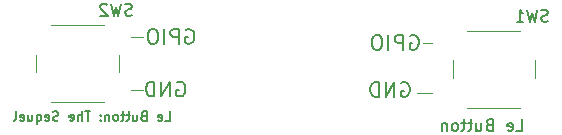
<source format=gbr>
%TF.GenerationSoftware,KiCad,Pcbnew,8.0.5*%
%TF.CreationDate,2025-07-27T14:10:40-07:00*%
%TF.ProjectId,Cashout Station,43617368-6f75-4742-9053-746174696f6e,rev?*%
%TF.SameCoordinates,Original*%
%TF.FileFunction,Legend,Bot*%
%TF.FilePolarity,Positive*%
%FSLAX46Y46*%
G04 Gerber Fmt 4.6, Leading zero omitted, Abs format (unit mm)*
G04 Created by KiCad (PCBNEW 8.0.5) date 2025-07-27 14:10:40*
%MOMM*%
%LPD*%
G01*
G04 APERTURE LIST*
%ADD10C,0.100000*%
%ADD11C,0.200000*%
%ADD12C,0.150000*%
%ADD13C,0.120000*%
G04 APERTURE END LIST*
D10*
X131000000Y-122000000D02*
X130000000Y-122000000D01*
X154750000Y-122500000D02*
X155500000Y-122500000D01*
X131000000Y-126500000D02*
X130000000Y-126500000D01*
X154250000Y-126750000D02*
X155500000Y-126750000D01*
D11*
X133910440Y-125857508D02*
X134029487Y-125797984D01*
X134029487Y-125797984D02*
X134208059Y-125797984D01*
X134208059Y-125797984D02*
X134386630Y-125857508D01*
X134386630Y-125857508D02*
X134505678Y-125976556D01*
X134505678Y-125976556D02*
X134565201Y-126095603D01*
X134565201Y-126095603D02*
X134624725Y-126333699D01*
X134624725Y-126333699D02*
X134624725Y-126512270D01*
X134624725Y-126512270D02*
X134565201Y-126750365D01*
X134565201Y-126750365D02*
X134505678Y-126869413D01*
X134505678Y-126869413D02*
X134386630Y-126988461D01*
X134386630Y-126988461D02*
X134208059Y-127047984D01*
X134208059Y-127047984D02*
X134089011Y-127047984D01*
X134089011Y-127047984D02*
X133910440Y-126988461D01*
X133910440Y-126988461D02*
X133850916Y-126928937D01*
X133850916Y-126928937D02*
X133850916Y-126512270D01*
X133850916Y-126512270D02*
X134089011Y-126512270D01*
X133315201Y-127047984D02*
X133315201Y-125797984D01*
X133315201Y-125797984D02*
X132600916Y-127047984D01*
X132600916Y-127047984D02*
X132600916Y-125797984D01*
X132005677Y-127047984D02*
X132005677Y-125797984D01*
X132005677Y-125797984D02*
X131708058Y-125797984D01*
X131708058Y-125797984D02*
X131529487Y-125857508D01*
X131529487Y-125857508D02*
X131410439Y-125976556D01*
X131410439Y-125976556D02*
X131350916Y-126095603D01*
X131350916Y-126095603D02*
X131291392Y-126333699D01*
X131291392Y-126333699D02*
X131291392Y-126512270D01*
X131291392Y-126512270D02*
X131350916Y-126750365D01*
X131350916Y-126750365D02*
X131410439Y-126869413D01*
X131410439Y-126869413D02*
X131529487Y-126988461D01*
X131529487Y-126988461D02*
X131708058Y-127047984D01*
X131708058Y-127047984D02*
X132005677Y-127047984D01*
X152916041Y-125896147D02*
X153035088Y-125836623D01*
X153035088Y-125836623D02*
X153213660Y-125836623D01*
X153213660Y-125836623D02*
X153392231Y-125896147D01*
X153392231Y-125896147D02*
X153511279Y-126015195D01*
X153511279Y-126015195D02*
X153570802Y-126134242D01*
X153570802Y-126134242D02*
X153630326Y-126372338D01*
X153630326Y-126372338D02*
X153630326Y-126550909D01*
X153630326Y-126550909D02*
X153570802Y-126789004D01*
X153570802Y-126789004D02*
X153511279Y-126908052D01*
X153511279Y-126908052D02*
X153392231Y-127027100D01*
X153392231Y-127027100D02*
X153213660Y-127086623D01*
X153213660Y-127086623D02*
X153094612Y-127086623D01*
X153094612Y-127086623D02*
X152916041Y-127027100D01*
X152916041Y-127027100D02*
X152856517Y-126967576D01*
X152856517Y-126967576D02*
X152856517Y-126550909D01*
X152856517Y-126550909D02*
X153094612Y-126550909D01*
X152320802Y-127086623D02*
X152320802Y-125836623D01*
X152320802Y-125836623D02*
X151606517Y-127086623D01*
X151606517Y-127086623D02*
X151606517Y-125836623D01*
X151011278Y-127086623D02*
X151011278Y-125836623D01*
X151011278Y-125836623D02*
X150713659Y-125836623D01*
X150713659Y-125836623D02*
X150535088Y-125896147D01*
X150535088Y-125896147D02*
X150416040Y-126015195D01*
X150416040Y-126015195D02*
X150356517Y-126134242D01*
X150356517Y-126134242D02*
X150296993Y-126372338D01*
X150296993Y-126372338D02*
X150296993Y-126550909D01*
X150296993Y-126550909D02*
X150356517Y-126789004D01*
X150356517Y-126789004D02*
X150416040Y-126908052D01*
X150416040Y-126908052D02*
X150535088Y-127027100D01*
X150535088Y-127027100D02*
X150713659Y-127086623D01*
X150713659Y-127086623D02*
X151011278Y-127086623D01*
X134666041Y-121396147D02*
X134785088Y-121336623D01*
X134785088Y-121336623D02*
X134963660Y-121336623D01*
X134963660Y-121336623D02*
X135142231Y-121396147D01*
X135142231Y-121396147D02*
X135261279Y-121515195D01*
X135261279Y-121515195D02*
X135320802Y-121634242D01*
X135320802Y-121634242D02*
X135380326Y-121872338D01*
X135380326Y-121872338D02*
X135380326Y-122050909D01*
X135380326Y-122050909D02*
X135320802Y-122289004D01*
X135320802Y-122289004D02*
X135261279Y-122408052D01*
X135261279Y-122408052D02*
X135142231Y-122527100D01*
X135142231Y-122527100D02*
X134963660Y-122586623D01*
X134963660Y-122586623D02*
X134844612Y-122586623D01*
X134844612Y-122586623D02*
X134666041Y-122527100D01*
X134666041Y-122527100D02*
X134606517Y-122467576D01*
X134606517Y-122467576D02*
X134606517Y-122050909D01*
X134606517Y-122050909D02*
X134844612Y-122050909D01*
X134070802Y-122586623D02*
X134070802Y-121336623D01*
X134070802Y-121336623D02*
X133594612Y-121336623D01*
X133594612Y-121336623D02*
X133475564Y-121396147D01*
X133475564Y-121396147D02*
X133416041Y-121455671D01*
X133416041Y-121455671D02*
X133356517Y-121574719D01*
X133356517Y-121574719D02*
X133356517Y-121753290D01*
X133356517Y-121753290D02*
X133416041Y-121872338D01*
X133416041Y-121872338D02*
X133475564Y-121931861D01*
X133475564Y-121931861D02*
X133594612Y-121991385D01*
X133594612Y-121991385D02*
X134070802Y-121991385D01*
X132820802Y-122586623D02*
X132820802Y-121336623D01*
X131987469Y-121336623D02*
X131749374Y-121336623D01*
X131749374Y-121336623D02*
X131630326Y-121396147D01*
X131630326Y-121396147D02*
X131511279Y-121515195D01*
X131511279Y-121515195D02*
X131451755Y-121753290D01*
X131451755Y-121753290D02*
X131451755Y-122169957D01*
X131451755Y-122169957D02*
X131511279Y-122408052D01*
X131511279Y-122408052D02*
X131630326Y-122527100D01*
X131630326Y-122527100D02*
X131749374Y-122586623D01*
X131749374Y-122586623D02*
X131987469Y-122586623D01*
X131987469Y-122586623D02*
X132106517Y-122527100D01*
X132106517Y-122527100D02*
X132225564Y-122408052D01*
X132225564Y-122408052D02*
X132285088Y-122169957D01*
X132285088Y-122169957D02*
X132285088Y-121753290D01*
X132285088Y-121753290D02*
X132225564Y-121515195D01*
X132225564Y-121515195D02*
X132106517Y-121396147D01*
X132106517Y-121396147D02*
X131987469Y-121336623D01*
X153666041Y-121896147D02*
X153785088Y-121836623D01*
X153785088Y-121836623D02*
X153963660Y-121836623D01*
X153963660Y-121836623D02*
X154142231Y-121896147D01*
X154142231Y-121896147D02*
X154261279Y-122015195D01*
X154261279Y-122015195D02*
X154320802Y-122134242D01*
X154320802Y-122134242D02*
X154380326Y-122372338D01*
X154380326Y-122372338D02*
X154380326Y-122550909D01*
X154380326Y-122550909D02*
X154320802Y-122789004D01*
X154320802Y-122789004D02*
X154261279Y-122908052D01*
X154261279Y-122908052D02*
X154142231Y-123027100D01*
X154142231Y-123027100D02*
X153963660Y-123086623D01*
X153963660Y-123086623D02*
X153844612Y-123086623D01*
X153844612Y-123086623D02*
X153666041Y-123027100D01*
X153666041Y-123027100D02*
X153606517Y-122967576D01*
X153606517Y-122967576D02*
X153606517Y-122550909D01*
X153606517Y-122550909D02*
X153844612Y-122550909D01*
X153070802Y-123086623D02*
X153070802Y-121836623D01*
X153070802Y-121836623D02*
X152594612Y-121836623D01*
X152594612Y-121836623D02*
X152475564Y-121896147D01*
X152475564Y-121896147D02*
X152416041Y-121955671D01*
X152416041Y-121955671D02*
X152356517Y-122074719D01*
X152356517Y-122074719D02*
X152356517Y-122253290D01*
X152356517Y-122253290D02*
X152416041Y-122372338D01*
X152416041Y-122372338D02*
X152475564Y-122431861D01*
X152475564Y-122431861D02*
X152594612Y-122491385D01*
X152594612Y-122491385D02*
X153070802Y-122491385D01*
X151820802Y-123086623D02*
X151820802Y-121836623D01*
X150987469Y-121836623D02*
X150749374Y-121836623D01*
X150749374Y-121836623D02*
X150630326Y-121896147D01*
X150630326Y-121896147D02*
X150511279Y-122015195D01*
X150511279Y-122015195D02*
X150451755Y-122253290D01*
X150451755Y-122253290D02*
X150451755Y-122669957D01*
X150451755Y-122669957D02*
X150511279Y-122908052D01*
X150511279Y-122908052D02*
X150630326Y-123027100D01*
X150630326Y-123027100D02*
X150749374Y-123086623D01*
X150749374Y-123086623D02*
X150987469Y-123086623D01*
X150987469Y-123086623D02*
X151106517Y-123027100D01*
X151106517Y-123027100D02*
X151225564Y-122908052D01*
X151225564Y-122908052D02*
X151285088Y-122669957D01*
X151285088Y-122669957D02*
X151285088Y-122253290D01*
X151285088Y-122253290D02*
X151225564Y-122015195D01*
X151225564Y-122015195D02*
X151106517Y-121896147D01*
X151106517Y-121896147D02*
X150987469Y-121836623D01*
D12*
X130083332Y-120157200D02*
X129940475Y-120204819D01*
X129940475Y-120204819D02*
X129702380Y-120204819D01*
X129702380Y-120204819D02*
X129607142Y-120157200D01*
X129607142Y-120157200D02*
X129559523Y-120109580D01*
X129559523Y-120109580D02*
X129511904Y-120014342D01*
X129511904Y-120014342D02*
X129511904Y-119919104D01*
X129511904Y-119919104D02*
X129559523Y-119823866D01*
X129559523Y-119823866D02*
X129607142Y-119776247D01*
X129607142Y-119776247D02*
X129702380Y-119728628D01*
X129702380Y-119728628D02*
X129892856Y-119681009D01*
X129892856Y-119681009D02*
X129988094Y-119633390D01*
X129988094Y-119633390D02*
X130035713Y-119585771D01*
X130035713Y-119585771D02*
X130083332Y-119490533D01*
X130083332Y-119490533D02*
X130083332Y-119395295D01*
X130083332Y-119395295D02*
X130035713Y-119300057D01*
X130035713Y-119300057D02*
X129988094Y-119252438D01*
X129988094Y-119252438D02*
X129892856Y-119204819D01*
X129892856Y-119204819D02*
X129654761Y-119204819D01*
X129654761Y-119204819D02*
X129511904Y-119252438D01*
X129178570Y-119204819D02*
X128940475Y-120204819D01*
X128940475Y-120204819D02*
X128749999Y-119490533D01*
X128749999Y-119490533D02*
X128559523Y-120204819D01*
X128559523Y-120204819D02*
X128321428Y-119204819D01*
X127988094Y-119300057D02*
X127940475Y-119252438D01*
X127940475Y-119252438D02*
X127845237Y-119204819D01*
X127845237Y-119204819D02*
X127607142Y-119204819D01*
X127607142Y-119204819D02*
X127511904Y-119252438D01*
X127511904Y-119252438D02*
X127464285Y-119300057D01*
X127464285Y-119300057D02*
X127416666Y-119395295D01*
X127416666Y-119395295D02*
X127416666Y-119490533D01*
X127416666Y-119490533D02*
X127464285Y-119633390D01*
X127464285Y-119633390D02*
X128035713Y-120204819D01*
X128035713Y-120204819D02*
X127416666Y-120204819D01*
X162648572Y-129964819D02*
X163124762Y-129964819D01*
X163124762Y-129964819D02*
X163124762Y-128964819D01*
X161934286Y-129917200D02*
X162029524Y-129964819D01*
X162029524Y-129964819D02*
X162220000Y-129964819D01*
X162220000Y-129964819D02*
X162315238Y-129917200D01*
X162315238Y-129917200D02*
X162362857Y-129821961D01*
X162362857Y-129821961D02*
X162362857Y-129441009D01*
X162362857Y-129441009D02*
X162315238Y-129345771D01*
X162315238Y-129345771D02*
X162220000Y-129298152D01*
X162220000Y-129298152D02*
X162029524Y-129298152D01*
X162029524Y-129298152D02*
X161934286Y-129345771D01*
X161934286Y-129345771D02*
X161886667Y-129441009D01*
X161886667Y-129441009D02*
X161886667Y-129536247D01*
X161886667Y-129536247D02*
X162362857Y-129631485D01*
X160362857Y-129441009D02*
X160220000Y-129488628D01*
X160220000Y-129488628D02*
X160172381Y-129536247D01*
X160172381Y-129536247D02*
X160124762Y-129631485D01*
X160124762Y-129631485D02*
X160124762Y-129774342D01*
X160124762Y-129774342D02*
X160172381Y-129869580D01*
X160172381Y-129869580D02*
X160220000Y-129917200D01*
X160220000Y-129917200D02*
X160315238Y-129964819D01*
X160315238Y-129964819D02*
X160696190Y-129964819D01*
X160696190Y-129964819D02*
X160696190Y-128964819D01*
X160696190Y-128964819D02*
X160362857Y-128964819D01*
X160362857Y-128964819D02*
X160267619Y-129012438D01*
X160267619Y-129012438D02*
X160220000Y-129060057D01*
X160220000Y-129060057D02*
X160172381Y-129155295D01*
X160172381Y-129155295D02*
X160172381Y-129250533D01*
X160172381Y-129250533D02*
X160220000Y-129345771D01*
X160220000Y-129345771D02*
X160267619Y-129393390D01*
X160267619Y-129393390D02*
X160362857Y-129441009D01*
X160362857Y-129441009D02*
X160696190Y-129441009D01*
X159267619Y-129298152D02*
X159267619Y-129964819D01*
X159696190Y-129298152D02*
X159696190Y-129821961D01*
X159696190Y-129821961D02*
X159648571Y-129917200D01*
X159648571Y-129917200D02*
X159553333Y-129964819D01*
X159553333Y-129964819D02*
X159410476Y-129964819D01*
X159410476Y-129964819D02*
X159315238Y-129917200D01*
X159315238Y-129917200D02*
X159267619Y-129869580D01*
X158934285Y-129298152D02*
X158553333Y-129298152D01*
X158791428Y-128964819D02*
X158791428Y-129821961D01*
X158791428Y-129821961D02*
X158743809Y-129917200D01*
X158743809Y-129917200D02*
X158648571Y-129964819D01*
X158648571Y-129964819D02*
X158553333Y-129964819D01*
X158362856Y-129298152D02*
X157981904Y-129298152D01*
X158219999Y-128964819D02*
X158219999Y-129821961D01*
X158219999Y-129821961D02*
X158172380Y-129917200D01*
X158172380Y-129917200D02*
X158077142Y-129964819D01*
X158077142Y-129964819D02*
X157981904Y-129964819D01*
X157505713Y-129964819D02*
X157600951Y-129917200D01*
X157600951Y-129917200D02*
X157648570Y-129869580D01*
X157648570Y-129869580D02*
X157696189Y-129774342D01*
X157696189Y-129774342D02*
X157696189Y-129488628D01*
X157696189Y-129488628D02*
X157648570Y-129393390D01*
X157648570Y-129393390D02*
X157600951Y-129345771D01*
X157600951Y-129345771D02*
X157505713Y-129298152D01*
X157505713Y-129298152D02*
X157362856Y-129298152D01*
X157362856Y-129298152D02*
X157267618Y-129345771D01*
X157267618Y-129345771D02*
X157219999Y-129393390D01*
X157219999Y-129393390D02*
X157172380Y-129488628D01*
X157172380Y-129488628D02*
X157172380Y-129774342D01*
X157172380Y-129774342D02*
X157219999Y-129869580D01*
X157219999Y-129869580D02*
X157267618Y-129917200D01*
X157267618Y-129917200D02*
X157362856Y-129964819D01*
X157362856Y-129964819D02*
X157505713Y-129964819D01*
X156743808Y-129298152D02*
X156743808Y-129964819D01*
X156743808Y-129393390D02*
X156696189Y-129345771D01*
X156696189Y-129345771D02*
X156600951Y-129298152D01*
X156600951Y-129298152D02*
X156458094Y-129298152D01*
X156458094Y-129298152D02*
X156362856Y-129345771D01*
X156362856Y-129345771D02*
X156315237Y-129441009D01*
X156315237Y-129441009D02*
X156315237Y-129964819D01*
X165333332Y-120657200D02*
X165190475Y-120704819D01*
X165190475Y-120704819D02*
X164952380Y-120704819D01*
X164952380Y-120704819D02*
X164857142Y-120657200D01*
X164857142Y-120657200D02*
X164809523Y-120609580D01*
X164809523Y-120609580D02*
X164761904Y-120514342D01*
X164761904Y-120514342D02*
X164761904Y-120419104D01*
X164761904Y-120419104D02*
X164809523Y-120323866D01*
X164809523Y-120323866D02*
X164857142Y-120276247D01*
X164857142Y-120276247D02*
X164952380Y-120228628D01*
X164952380Y-120228628D02*
X165142856Y-120181009D01*
X165142856Y-120181009D02*
X165238094Y-120133390D01*
X165238094Y-120133390D02*
X165285713Y-120085771D01*
X165285713Y-120085771D02*
X165333332Y-119990533D01*
X165333332Y-119990533D02*
X165333332Y-119895295D01*
X165333332Y-119895295D02*
X165285713Y-119800057D01*
X165285713Y-119800057D02*
X165238094Y-119752438D01*
X165238094Y-119752438D02*
X165142856Y-119704819D01*
X165142856Y-119704819D02*
X164904761Y-119704819D01*
X164904761Y-119704819D02*
X164761904Y-119752438D01*
X164428570Y-119704819D02*
X164190475Y-120704819D01*
X164190475Y-120704819D02*
X163999999Y-119990533D01*
X163999999Y-119990533D02*
X163809523Y-120704819D01*
X163809523Y-120704819D02*
X163571428Y-119704819D01*
X162666666Y-120704819D02*
X163238094Y-120704819D01*
X162952380Y-120704819D02*
X162952380Y-119704819D01*
X162952380Y-119704819D02*
X163047618Y-119847676D01*
X163047618Y-119847676D02*
X163142856Y-119942914D01*
X163142856Y-119942914D02*
X163238094Y-119990533D01*
X132902382Y-129112295D02*
X133283334Y-129112295D01*
X133283334Y-129112295D02*
X133283334Y-128312295D01*
X132330953Y-129074200D02*
X132407144Y-129112295D01*
X132407144Y-129112295D02*
X132559525Y-129112295D01*
X132559525Y-129112295D02*
X132635715Y-129074200D01*
X132635715Y-129074200D02*
X132673811Y-128998009D01*
X132673811Y-128998009D02*
X132673811Y-128693247D01*
X132673811Y-128693247D02*
X132635715Y-128617057D01*
X132635715Y-128617057D02*
X132559525Y-128578961D01*
X132559525Y-128578961D02*
X132407144Y-128578961D01*
X132407144Y-128578961D02*
X132330953Y-128617057D01*
X132330953Y-128617057D02*
X132292858Y-128693247D01*
X132292858Y-128693247D02*
X132292858Y-128769438D01*
X132292858Y-128769438D02*
X132673811Y-128845628D01*
X131073811Y-128693247D02*
X130959525Y-128731342D01*
X130959525Y-128731342D02*
X130921430Y-128769438D01*
X130921430Y-128769438D02*
X130883334Y-128845628D01*
X130883334Y-128845628D02*
X130883334Y-128959914D01*
X130883334Y-128959914D02*
X130921430Y-129036104D01*
X130921430Y-129036104D02*
X130959525Y-129074200D01*
X130959525Y-129074200D02*
X131035715Y-129112295D01*
X131035715Y-129112295D02*
X131340477Y-129112295D01*
X131340477Y-129112295D02*
X131340477Y-128312295D01*
X131340477Y-128312295D02*
X131073811Y-128312295D01*
X131073811Y-128312295D02*
X130997620Y-128350390D01*
X130997620Y-128350390D02*
X130959525Y-128388485D01*
X130959525Y-128388485D02*
X130921430Y-128464676D01*
X130921430Y-128464676D02*
X130921430Y-128540866D01*
X130921430Y-128540866D02*
X130959525Y-128617057D01*
X130959525Y-128617057D02*
X130997620Y-128655152D01*
X130997620Y-128655152D02*
X131073811Y-128693247D01*
X131073811Y-128693247D02*
X131340477Y-128693247D01*
X130197620Y-128578961D02*
X130197620Y-129112295D01*
X130540477Y-128578961D02*
X130540477Y-128998009D01*
X130540477Y-128998009D02*
X130502382Y-129074200D01*
X130502382Y-129074200D02*
X130426192Y-129112295D01*
X130426192Y-129112295D02*
X130311906Y-129112295D01*
X130311906Y-129112295D02*
X130235715Y-129074200D01*
X130235715Y-129074200D02*
X130197620Y-129036104D01*
X129930953Y-128578961D02*
X129626191Y-128578961D01*
X129816667Y-128312295D02*
X129816667Y-128998009D01*
X129816667Y-128998009D02*
X129778572Y-129074200D01*
X129778572Y-129074200D02*
X129702382Y-129112295D01*
X129702382Y-129112295D02*
X129626191Y-129112295D01*
X129473810Y-128578961D02*
X129169048Y-128578961D01*
X129359524Y-128312295D02*
X129359524Y-128998009D01*
X129359524Y-128998009D02*
X129321429Y-129074200D01*
X129321429Y-129074200D02*
X129245239Y-129112295D01*
X129245239Y-129112295D02*
X129169048Y-129112295D01*
X128788096Y-129112295D02*
X128864286Y-129074200D01*
X128864286Y-129074200D02*
X128902381Y-129036104D01*
X128902381Y-129036104D02*
X128940477Y-128959914D01*
X128940477Y-128959914D02*
X128940477Y-128731342D01*
X128940477Y-128731342D02*
X128902381Y-128655152D01*
X128902381Y-128655152D02*
X128864286Y-128617057D01*
X128864286Y-128617057D02*
X128788096Y-128578961D01*
X128788096Y-128578961D02*
X128673810Y-128578961D01*
X128673810Y-128578961D02*
X128597619Y-128617057D01*
X128597619Y-128617057D02*
X128559524Y-128655152D01*
X128559524Y-128655152D02*
X128521429Y-128731342D01*
X128521429Y-128731342D02*
X128521429Y-128959914D01*
X128521429Y-128959914D02*
X128559524Y-129036104D01*
X128559524Y-129036104D02*
X128597619Y-129074200D01*
X128597619Y-129074200D02*
X128673810Y-129112295D01*
X128673810Y-129112295D02*
X128788096Y-129112295D01*
X128178571Y-128578961D02*
X128178571Y-129112295D01*
X128178571Y-128655152D02*
X128140476Y-128617057D01*
X128140476Y-128617057D02*
X128064286Y-128578961D01*
X128064286Y-128578961D02*
X127950000Y-128578961D01*
X127950000Y-128578961D02*
X127873809Y-128617057D01*
X127873809Y-128617057D02*
X127835714Y-128693247D01*
X127835714Y-128693247D02*
X127835714Y-129112295D01*
X127454761Y-129036104D02*
X127416666Y-129074200D01*
X127416666Y-129074200D02*
X127454761Y-129112295D01*
X127454761Y-129112295D02*
X127492857Y-129074200D01*
X127492857Y-129074200D02*
X127454761Y-129036104D01*
X127454761Y-129036104D02*
X127454761Y-129112295D01*
X127454761Y-128617057D02*
X127416666Y-128655152D01*
X127416666Y-128655152D02*
X127454761Y-128693247D01*
X127454761Y-128693247D02*
X127492857Y-128655152D01*
X127492857Y-128655152D02*
X127454761Y-128617057D01*
X127454761Y-128617057D02*
X127454761Y-128693247D01*
X126578571Y-128312295D02*
X126121428Y-128312295D01*
X126350000Y-129112295D02*
X126350000Y-128312295D01*
X125854761Y-129112295D02*
X125854761Y-128312295D01*
X125511904Y-129112295D02*
X125511904Y-128693247D01*
X125511904Y-128693247D02*
X125549999Y-128617057D01*
X125549999Y-128617057D02*
X125626190Y-128578961D01*
X125626190Y-128578961D02*
X125740476Y-128578961D01*
X125740476Y-128578961D02*
X125816666Y-128617057D01*
X125816666Y-128617057D02*
X125854761Y-128655152D01*
X124826189Y-129074200D02*
X124902380Y-129112295D01*
X124902380Y-129112295D02*
X125054761Y-129112295D01*
X125054761Y-129112295D02*
X125130951Y-129074200D01*
X125130951Y-129074200D02*
X125169047Y-128998009D01*
X125169047Y-128998009D02*
X125169047Y-128693247D01*
X125169047Y-128693247D02*
X125130951Y-128617057D01*
X125130951Y-128617057D02*
X125054761Y-128578961D01*
X125054761Y-128578961D02*
X124902380Y-128578961D01*
X124902380Y-128578961D02*
X124826189Y-128617057D01*
X124826189Y-128617057D02*
X124788094Y-128693247D01*
X124788094Y-128693247D02*
X124788094Y-128769438D01*
X124788094Y-128769438D02*
X125169047Y-128845628D01*
X123873809Y-129074200D02*
X123759523Y-129112295D01*
X123759523Y-129112295D02*
X123569047Y-129112295D01*
X123569047Y-129112295D02*
X123492856Y-129074200D01*
X123492856Y-129074200D02*
X123454761Y-129036104D01*
X123454761Y-129036104D02*
X123416666Y-128959914D01*
X123416666Y-128959914D02*
X123416666Y-128883723D01*
X123416666Y-128883723D02*
X123454761Y-128807533D01*
X123454761Y-128807533D02*
X123492856Y-128769438D01*
X123492856Y-128769438D02*
X123569047Y-128731342D01*
X123569047Y-128731342D02*
X123721428Y-128693247D01*
X123721428Y-128693247D02*
X123797618Y-128655152D01*
X123797618Y-128655152D02*
X123835713Y-128617057D01*
X123835713Y-128617057D02*
X123873809Y-128540866D01*
X123873809Y-128540866D02*
X123873809Y-128464676D01*
X123873809Y-128464676D02*
X123835713Y-128388485D01*
X123835713Y-128388485D02*
X123797618Y-128350390D01*
X123797618Y-128350390D02*
X123721428Y-128312295D01*
X123721428Y-128312295D02*
X123530951Y-128312295D01*
X123530951Y-128312295D02*
X123416666Y-128350390D01*
X122769046Y-129074200D02*
X122845237Y-129112295D01*
X122845237Y-129112295D02*
X122997618Y-129112295D01*
X122997618Y-129112295D02*
X123073808Y-129074200D01*
X123073808Y-129074200D02*
X123111904Y-128998009D01*
X123111904Y-128998009D02*
X123111904Y-128693247D01*
X123111904Y-128693247D02*
X123073808Y-128617057D01*
X123073808Y-128617057D02*
X122997618Y-128578961D01*
X122997618Y-128578961D02*
X122845237Y-128578961D01*
X122845237Y-128578961D02*
X122769046Y-128617057D01*
X122769046Y-128617057D02*
X122730951Y-128693247D01*
X122730951Y-128693247D02*
X122730951Y-128769438D01*
X122730951Y-128769438D02*
X123111904Y-128845628D01*
X122045237Y-128578961D02*
X122045237Y-129378961D01*
X122045237Y-129074200D02*
X122121428Y-129112295D01*
X122121428Y-129112295D02*
X122273809Y-129112295D01*
X122273809Y-129112295D02*
X122349999Y-129074200D01*
X122349999Y-129074200D02*
X122388094Y-129036104D01*
X122388094Y-129036104D02*
X122426190Y-128959914D01*
X122426190Y-128959914D02*
X122426190Y-128731342D01*
X122426190Y-128731342D02*
X122388094Y-128655152D01*
X122388094Y-128655152D02*
X122349999Y-128617057D01*
X122349999Y-128617057D02*
X122273809Y-128578961D01*
X122273809Y-128578961D02*
X122121428Y-128578961D01*
X122121428Y-128578961D02*
X122045237Y-128617057D01*
X121321427Y-128578961D02*
X121321427Y-129112295D01*
X121664284Y-128578961D02*
X121664284Y-128998009D01*
X121664284Y-128998009D02*
X121626189Y-129074200D01*
X121626189Y-129074200D02*
X121549999Y-129112295D01*
X121549999Y-129112295D02*
X121435713Y-129112295D01*
X121435713Y-129112295D02*
X121359522Y-129074200D01*
X121359522Y-129074200D02*
X121321427Y-129036104D01*
X120635712Y-129074200D02*
X120711903Y-129112295D01*
X120711903Y-129112295D02*
X120864284Y-129112295D01*
X120864284Y-129112295D02*
X120940474Y-129074200D01*
X120940474Y-129074200D02*
X120978570Y-128998009D01*
X120978570Y-128998009D02*
X120978570Y-128693247D01*
X120978570Y-128693247D02*
X120940474Y-128617057D01*
X120940474Y-128617057D02*
X120864284Y-128578961D01*
X120864284Y-128578961D02*
X120711903Y-128578961D01*
X120711903Y-128578961D02*
X120635712Y-128617057D01*
X120635712Y-128617057D02*
X120597617Y-128693247D01*
X120597617Y-128693247D02*
X120597617Y-128769438D01*
X120597617Y-128769438D02*
X120978570Y-128845628D01*
X120140475Y-129112295D02*
X120216665Y-129074200D01*
X120216665Y-129074200D02*
X120254760Y-128998009D01*
X120254760Y-128998009D02*
X120254760Y-128312295D01*
D13*
%TO.C,SW2*%
X122000000Y-123500000D02*
X122000000Y-125000000D01*
X123250000Y-127500000D02*
X127750000Y-127500000D01*
X127750000Y-121000000D02*
X123250000Y-121000000D01*
X129000000Y-125000000D02*
X129000000Y-123500000D01*
%TO.C,SW1*%
X157250000Y-124000000D02*
X157250000Y-125500000D01*
X158500000Y-128000000D02*
X163000000Y-128000000D01*
X163000000Y-121500000D02*
X158500000Y-121500000D01*
X164250000Y-125500000D02*
X164250000Y-124000000D01*
%TD*%
M02*

</source>
